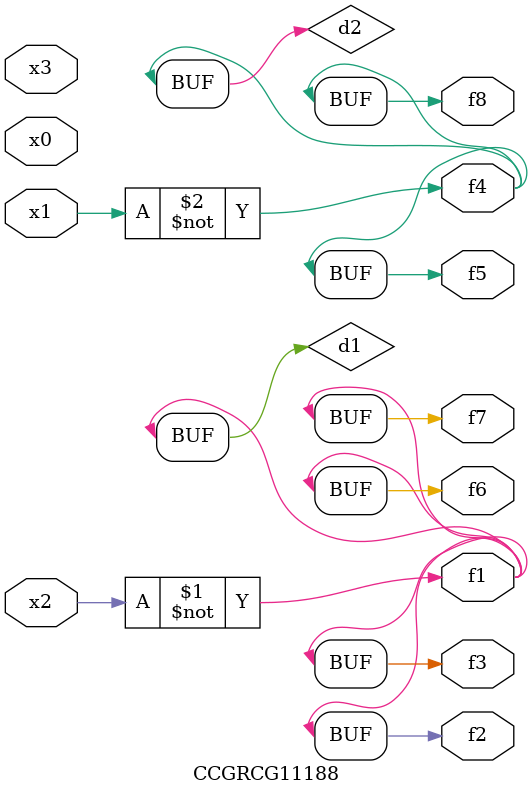
<source format=v>
module CCGRCG11188(
	input x0, x1, x2, x3,
	output f1, f2, f3, f4, f5, f6, f7, f8
);

	wire d1, d2;

	xnor (d1, x2);
	not (d2, x1);
	assign f1 = d1;
	assign f2 = d1;
	assign f3 = d1;
	assign f4 = d2;
	assign f5 = d2;
	assign f6 = d1;
	assign f7 = d1;
	assign f8 = d2;
endmodule

</source>
